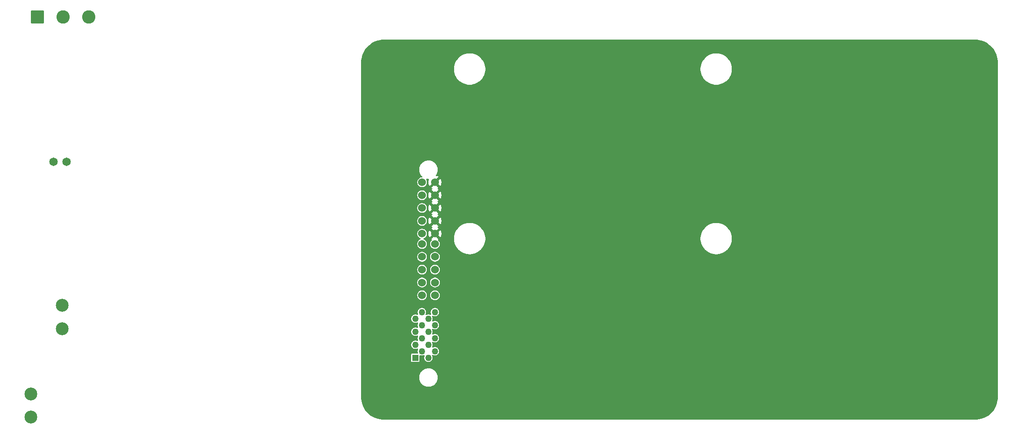
<source format=gbr>
%TF.GenerationSoftware,KiCad,Pcbnew,9.0.1+1*%
%TF.CreationDate,2025-11-19T23:20:09+00:00*%
%TF.ProjectId,nautilus_mainboard,6e617574-696c-4757-935f-6d61696e626f,rev?*%
%TF.SameCoordinates,Original*%
%TF.FileFunction,Copper,L4,Bot*%
%TF.FilePolarity,Positive*%
%FSLAX46Y46*%
G04 Gerber Fmt 4.6, Leading zero omitted, Abs format (unit mm)*
G04 Created by KiCad (PCBNEW 9.0.1+1) date 2025-11-19 23:20:09*
%MOMM*%
%LPD*%
G01*
G04 APERTURE LIST*
G04 Aperture macros list*
%AMRoundRect*
0 Rectangle with rounded corners*
0 $1 Rounding radius*
0 $2 $3 $4 $5 $6 $7 $8 $9 X,Y pos of 4 corners*
0 Add a 4 corners polygon primitive as box body*
4,1,4,$2,$3,$4,$5,$6,$7,$8,$9,$2,$3,0*
0 Add four circle primitives for the rounded corners*
1,1,$1+$1,$2,$3*
1,1,$1+$1,$4,$5*
1,1,$1+$1,$6,$7*
1,1,$1+$1,$8,$9*
0 Add four rect primitives between the rounded corners*
20,1,$1+$1,$2,$3,$4,$5,0*
20,1,$1+$1,$4,$5,$6,$7,0*
20,1,$1+$1,$6,$7,$8,$9,0*
20,1,$1+$1,$8,$9,$2,$3,0*%
G04 Aperture macros list end*
%TA.AperFunction,ComponentPad*%
%ADD10O,1.700000X0.900000*%
%TD*%
%TA.AperFunction,ComponentPad*%
%ADD11O,2.000000X0.900000*%
%TD*%
%TA.AperFunction,ComponentPad*%
%ADD12C,2.500000*%
%TD*%
%TA.AperFunction,ComponentPad*%
%ADD13C,2.000000*%
%TD*%
%TA.AperFunction,ComponentPad*%
%ADD14R,2.500000X2.500000*%
%TD*%
%TA.AperFunction,ComponentPad*%
%ADD15R,1.268000X1.268000*%
%TD*%
%TA.AperFunction,ComponentPad*%
%ADD16C,1.268000*%
%TD*%
%TA.AperFunction,ComponentPad*%
%ADD17C,1.530000*%
%TD*%
%TA.AperFunction,ComponentPad*%
%ADD18C,1.650000*%
%TD*%
%TA.AperFunction,ComponentPad*%
%ADD19RoundRect,0.250000X-1.050000X-1.050000X1.050000X-1.050000X1.050000X1.050000X-1.050000X1.050000X0*%
%TD*%
%TA.AperFunction,ComponentPad*%
%ADD20C,2.600000*%
%TD*%
%TA.AperFunction,ComponentPad*%
%ADD21R,1.700000X1.700000*%
%TD*%
%TA.AperFunction,ComponentPad*%
%ADD22C,1.700000*%
%TD*%
%TA.AperFunction,ViaPad*%
%ADD23C,0.600000*%
%TD*%
G04 APERTURE END LIST*
D10*
%TO.P,J3,SH1,SHIELD*%
%TO.N,Net-(C20-Pad2)*%
X260700000Y-164650000D03*
%TO.P,J3,SH2,SHIELD*%
X260700000Y-156000000D03*
D11*
%TO.P,J3,SH3,SHIELD*%
X256520000Y-164650000D03*
%TO.P,J3,SH4,SHIELD*%
X256520000Y-156000000D03*
%TD*%
D12*
%TO.P,TP7,1,1*%
%TO.N,/STM/PinoutSTM/CAN1_TX*%
X73895000Y-169740000D03*
%TD*%
%TO.P,TP2,1,1*%
%TO.N,/IMU/Pack1_SDA*%
X79995000Y-147940000D03*
%TD*%
D13*
%TO.P,SW1,1,1*%
%TO.N,/STM/PinoutSTM/nRST*%
X164050000Y-163800000D03*
X170550000Y-163800000D03*
%TO.P,SW1,2,2*%
%TO.N,GND*%
X164050000Y-168300000D03*
X170550000Y-168300000D03*
%TD*%
D14*
%TO.P,LS1,1,+*%
%TO.N,Net-(LS1-+)*%
X201500000Y-151200000D03*
D12*
%TO.P,LS1,2,-*%
%TO.N,Net-(LS1--)*%
X206500000Y-151200000D03*
%TD*%
D15*
%TO.P,J7,01,01*%
%TO.N,/CM4/Battery_Out_3.3V*%
X148740000Y-158170000D03*
D16*
%TO.P,J7,02,02*%
X150010000Y-156900000D03*
%TO.P,J7,03,03*%
%TO.N,unconnected-(J7-Pad03)*%
X148740000Y-155630000D03*
%TO.P,J7,04,04*%
%TO.N,unconnected-(J7-Pad04)*%
X150010000Y-154360000D03*
%TO.P,J7,05,05*%
%TO.N,/LPHS-connector/STM.TX*%
X148740000Y-153090000D03*
%TO.P,J7,06,06*%
%TO.N,/LPHS-connector/STM.RX*%
X150010000Y-151820000D03*
%TO.P,J7,07,07*%
%TO.N,/LPHS-connector/ST_CAN.P*%
X148740000Y-150550000D03*
%TO.P,J7,08,08*%
%TO.N,/LPHS-connector/ST_CAN.N*%
X150010000Y-149280000D03*
%TO.P,J7,09,09*%
%TO.N,/CM4/TRD0.D-*%
X151280000Y-158170000D03*
%TO.P,J7,10,10*%
%TO.N,/CM4/TRD0.D+*%
X152550000Y-156900000D03*
%TO.P,J7,11,11*%
%TO.N,/CM4/TRD1.D-*%
X151280000Y-155630000D03*
%TO.P,J7,12,12*%
%TO.N,/CM4/TRD1.D+*%
X152550000Y-154360000D03*
%TO.P,J7,13,13*%
%TO.N,/CM4/TRD2.D-*%
X151280000Y-153090000D03*
%TO.P,J7,14,14*%
%TO.N,/CM4/TRD2.D+*%
X152550000Y-151820000D03*
%TO.P,J7,15,15*%
%TO.N,/CM4/TRD3.D-*%
X151280000Y-150550000D03*
%TO.P,J7,16,16*%
%TO.N,/CM4/TRD3.D+*%
X152550000Y-149280000D03*
D17*
%TO.P,J7,P01_1,P01*%
%TO.N,/LPHS-connector/Battery_Out_5V*%
X150050000Y-146000000D03*
%TO.P,J7,P01_2,P01__1*%
X150050000Y-143500000D03*
%TO.P,J7,P01_3,P01__2*%
X150050000Y-141000000D03*
%TO.P,J7,P01_4,P01__3*%
X150050000Y-138500000D03*
%TO.P,J7,P01_5,P01__4*%
X150050000Y-136000000D03*
%TO.P,J7,P02_1,P02*%
%TO.N,unconnected-(J7-P02-PadP02_1)*%
X152550000Y-146000000D03*
%TO.P,J7,P02_2,P02__1*%
%TO.N,unconnected-(J7-P02__1-PadP02_2)*%
X152550000Y-143500000D03*
%TO.P,J7,P02_3,P02__2*%
%TO.N,unconnected-(J7-P02__2-PadP02_3)*%
X152550000Y-141000000D03*
%TO.P,J7,P02_4,P02__3*%
%TO.N,unconnected-(J7-P02__3-PadP02_4)*%
X152550000Y-138500000D03*
%TO.P,J7,P02_5,P02__4*%
%TO.N,unconnected-(J7-P02__4-PadP02_5)*%
X152550000Y-136000000D03*
%TO.P,J7,P03_1,P03*%
%TO.N,unconnected-(J7-P03-PadP03_1)*%
X150050000Y-134000000D03*
%TO.P,J7,P03_2,P03__1*%
%TO.N,unconnected-(J7-P03__1-PadP03_2)*%
X150050000Y-131500000D03*
%TO.P,J7,P03_3,P03__2*%
%TO.N,unconnected-(J7-P03__2-PadP03_3)*%
X150050000Y-129000000D03*
%TO.P,J7,P03_4,P03__3*%
%TO.N,unconnected-(J7-P03__3-PadP03_4)*%
X150050000Y-126500000D03*
%TO.P,J7,P03_5,P03__4*%
%TO.N,unconnected-(J7-P03__4-PadP03_5)*%
X150050000Y-124000000D03*
%TO.P,J7,P04_1,P04*%
%TO.N,GND*%
X152550000Y-134000000D03*
%TO.P,J7,P04_2,P04__1*%
X152550000Y-131500000D03*
%TO.P,J7,P04_3,P04__2*%
X152550000Y-129000000D03*
%TO.P,J7,P04_4,P04__3*%
X152550000Y-126500000D03*
%TO.P,J7,P04_5,P04__4*%
X152550000Y-124000000D03*
%TD*%
D18*
%TO.P,J2,1*%
%TO.N,Net-(EXTERNALFAN5V1-Pad2)*%
X78330000Y-119995000D03*
%TO.P,J2,2*%
%TO.N,GND*%
X80870000Y-119995000D03*
%TD*%
D19*
%TO.P,J5,1,Pin_1*%
%TO.N,+5V*%
X75145000Y-91840000D03*
D20*
%TO.P,J5,2,Pin_2*%
%TO.N,Net-(J5-Pin_2)*%
X80145000Y-91840000D03*
%TO.P,J5,3,Pin_3*%
%TO.N,+5V*%
X85145000Y-91840000D03*
%TD*%
D21*
%TO.P,J4,1,Pin_1*%
%TO.N,/Power_logic/STM_Plug_3.3V*%
X175140000Y-168100000D03*
D22*
%TO.P,J4,2,Pin_2*%
%TO.N,/STM/PinoutSTM/USART1_RX*%
X177680000Y-168100000D03*
%TO.P,J4,3,Pin_3*%
%TO.N,/STM/PinoutSTM/USART1_TX*%
X180219999Y-168100000D03*
%TO.P,J4,4,Pin_4*%
%TO.N,/STM/PinoutSTM/STM_BOOT0*%
X182760000Y-168100000D03*
%TO.P,J4,5,Pin_5*%
%TO.N,GND*%
X185300000Y-168100000D03*
%TD*%
D12*
%TO.P,TP6,1,1*%
%TO.N,/STM/PinoutSTM/CAN1_RX*%
X73895000Y-165190000D03*
%TD*%
%TO.P,TP3,1,1*%
%TO.N,/IMU/Pack1_SCL*%
X79995000Y-152490000D03*
%TD*%
D23*
%TO.N,GND*%
X189950000Y-141750000D03*
X197450000Y-141750000D03*
X201300000Y-143300000D03*
X188450000Y-141750000D03*
X194450000Y-141750000D03*
X202200000Y-143300000D03*
X195950000Y-141750000D03*
X200400000Y-143300000D03*
X192950000Y-141750000D03*
X191450000Y-141750000D03*
X198950000Y-141750000D03*
%TD*%
%TA.AperFunction,Conductor*%
%TO.N,GND*%
G36*
X257652702Y-96230617D02*
G01*
X258036771Y-96247386D01*
X258047506Y-96248326D01*
X258425971Y-96298152D01*
X258436597Y-96300025D01*
X258809284Y-96382648D01*
X258819710Y-96385442D01*
X259183765Y-96500227D01*
X259193911Y-96503920D01*
X259546578Y-96650000D01*
X259556369Y-96654566D01*
X259894942Y-96830816D01*
X259904310Y-96836224D01*
X260226244Y-97041318D01*
X260235105Y-97047523D01*
X260537930Y-97279889D01*
X260546217Y-97286843D01*
X260827635Y-97544715D01*
X260835284Y-97552364D01*
X261093156Y-97833782D01*
X261100110Y-97842069D01*
X261332476Y-98144894D01*
X261338681Y-98153755D01*
X261543775Y-98475689D01*
X261549183Y-98485057D01*
X261725430Y-98823623D01*
X261730002Y-98833427D01*
X261876075Y-99186078D01*
X261879775Y-99196244D01*
X261994554Y-99560278D01*
X261997354Y-99570727D01*
X262079971Y-99943389D01*
X262081849Y-99954042D01*
X262131671Y-100332473D01*
X262132614Y-100343249D01*
X262149382Y-100727297D01*
X262149500Y-100732706D01*
X262149500Y-165727293D01*
X262149382Y-165732702D01*
X262132614Y-166116750D01*
X262131671Y-166127526D01*
X262081849Y-166505957D01*
X262079971Y-166516610D01*
X261997354Y-166889272D01*
X261994554Y-166899721D01*
X261879775Y-167263755D01*
X261876075Y-167273921D01*
X261730002Y-167626572D01*
X261725430Y-167636376D01*
X261549183Y-167974942D01*
X261543775Y-167984310D01*
X261338681Y-168306244D01*
X261332476Y-168315105D01*
X261100110Y-168617930D01*
X261093156Y-168626217D01*
X260835284Y-168907635D01*
X260827635Y-168915284D01*
X260546217Y-169173156D01*
X260537930Y-169180110D01*
X260235105Y-169412476D01*
X260226244Y-169418681D01*
X259904310Y-169623775D01*
X259894942Y-169629183D01*
X259556376Y-169805430D01*
X259546572Y-169810002D01*
X259193921Y-169956075D01*
X259183755Y-169959775D01*
X258819721Y-170074554D01*
X258809272Y-170077354D01*
X258436610Y-170159971D01*
X258425957Y-170161849D01*
X258047526Y-170211671D01*
X258036750Y-170212614D01*
X257652703Y-170229382D01*
X257647294Y-170229500D01*
X142652706Y-170229500D01*
X142647297Y-170229382D01*
X142263249Y-170212614D01*
X142252473Y-170211671D01*
X141874042Y-170161849D01*
X141863389Y-170159971D01*
X141490727Y-170077354D01*
X141480278Y-170074554D01*
X141116244Y-169959775D01*
X141106078Y-169956075D01*
X140753427Y-169810002D01*
X140743623Y-169805430D01*
X140405057Y-169629183D01*
X140395689Y-169623775D01*
X140073755Y-169418681D01*
X140064894Y-169412476D01*
X139762069Y-169180110D01*
X139753782Y-169173156D01*
X139472364Y-168915284D01*
X139464715Y-168907635D01*
X139206843Y-168626217D01*
X139199889Y-168617930D01*
X138967523Y-168315105D01*
X138961318Y-168306244D01*
X138756224Y-167984310D01*
X138750816Y-167974942D01*
X138574569Y-167636376D01*
X138569997Y-167626572D01*
X138423924Y-167273921D01*
X138420224Y-167263755D01*
X138305442Y-166899710D01*
X138302648Y-166889284D01*
X138220025Y-166516597D01*
X138218152Y-166505971D01*
X138168326Y-166127506D01*
X138167386Y-166116771D01*
X138150618Y-165732702D01*
X138150500Y-165727293D01*
X138150500Y-161892650D01*
X149489500Y-161892650D01*
X149489500Y-162127349D01*
X149489501Y-162127365D01*
X149520134Y-162360048D01*
X149520135Y-162360053D01*
X149520136Y-162360059D01*
X149580883Y-162586772D01*
X149580886Y-162586779D01*
X149670700Y-162803610D01*
X149670705Y-162803620D01*
X149788058Y-163006882D01*
X149930940Y-163193090D01*
X149930946Y-163193097D01*
X150096902Y-163359053D01*
X150096909Y-163359059D01*
X150283117Y-163501941D01*
X150486379Y-163619294D01*
X150486389Y-163619299D01*
X150579316Y-163657790D01*
X150703228Y-163709117D01*
X150929941Y-163769864D01*
X151162644Y-163800500D01*
X151162651Y-163800500D01*
X151397349Y-163800500D01*
X151397356Y-163800500D01*
X151630059Y-163769864D01*
X151856772Y-163709117D01*
X152073617Y-163619296D01*
X152276883Y-163501941D01*
X152463092Y-163359058D01*
X152629058Y-163193092D01*
X152771941Y-163006883D01*
X152889296Y-162803617D01*
X152979117Y-162586772D01*
X153039864Y-162360059D01*
X153070500Y-162127356D01*
X153070500Y-161892644D01*
X153039864Y-161659941D01*
X152979117Y-161433228D01*
X152927790Y-161309316D01*
X152889299Y-161216389D01*
X152889294Y-161216379D01*
X152771941Y-161013117D01*
X152629059Y-160826909D01*
X152629053Y-160826902D01*
X152463097Y-160660946D01*
X152463090Y-160660940D01*
X152276882Y-160518058D01*
X152073620Y-160400705D01*
X152073610Y-160400700D01*
X151856779Y-160310886D01*
X151856780Y-160310886D01*
X151856772Y-160310883D01*
X151630059Y-160250136D01*
X151630053Y-160250135D01*
X151630048Y-160250134D01*
X151397365Y-160219501D01*
X151397362Y-160219500D01*
X151397356Y-160219500D01*
X151162644Y-160219500D01*
X151162638Y-160219500D01*
X151162634Y-160219501D01*
X150929951Y-160250134D01*
X150929944Y-160250135D01*
X150929941Y-160250136D01*
X150854370Y-160270385D01*
X150703234Y-160310881D01*
X150703220Y-160310886D01*
X150486389Y-160400700D01*
X150486379Y-160400705D01*
X150283117Y-160518058D01*
X150096909Y-160660940D01*
X150096902Y-160660946D01*
X149930946Y-160826902D01*
X149930940Y-160826909D01*
X149788058Y-161013117D01*
X149670705Y-161216379D01*
X149670700Y-161216389D01*
X149580886Y-161433220D01*
X149580881Y-161433234D01*
X149520137Y-161659938D01*
X149520134Y-161659951D01*
X149489501Y-161892634D01*
X149489500Y-161892650D01*
X138150500Y-161892650D01*
X138150500Y-150469774D01*
X147925500Y-150469774D01*
X147925500Y-150630225D01*
X147956799Y-150787573D01*
X147956802Y-150787585D01*
X148018196Y-150935805D01*
X148018197Y-150935807D01*
X148107336Y-151069212D01*
X148107339Y-151069216D01*
X148220783Y-151182660D01*
X148220787Y-151182663D01*
X148354190Y-151271801D01*
X148354191Y-151271801D01*
X148354192Y-151271802D01*
X148354194Y-151271803D01*
X148502414Y-151333197D01*
X148502419Y-151333199D01*
X148657668Y-151364080D01*
X148659774Y-151364499D01*
X148659777Y-151364500D01*
X148659779Y-151364500D01*
X148820223Y-151364500D01*
X148820224Y-151364499D01*
X148977581Y-151333199D01*
X149125810Y-151271801D01*
X149125811Y-151271800D01*
X149126449Y-151271536D01*
X149195919Y-151264067D01*
X149258398Y-151295342D01*
X149294050Y-151355431D01*
X149291556Y-151425256D01*
X149288464Y-151433549D01*
X149288198Y-151434192D01*
X149226801Y-151582419D01*
X149226800Y-151582422D01*
X149226800Y-151582423D01*
X149226799Y-151582426D01*
X149195500Y-151739774D01*
X149195500Y-151900225D01*
X149226799Y-152057573D01*
X149226802Y-152057585D01*
X149288463Y-152206450D01*
X149295932Y-152275919D01*
X149264656Y-152338398D01*
X149204567Y-152374050D01*
X149134742Y-152371556D01*
X149126450Y-152368463D01*
X148977585Y-152306802D01*
X148977573Y-152306799D01*
X148820224Y-152275500D01*
X148820221Y-152275500D01*
X148659779Y-152275500D01*
X148659776Y-152275500D01*
X148502426Y-152306799D01*
X148502414Y-152306802D01*
X148354194Y-152368196D01*
X148354192Y-152368197D01*
X148220787Y-152457336D01*
X148220783Y-152457339D01*
X148107339Y-152570783D01*
X148107336Y-152570787D01*
X148018197Y-152704192D01*
X148018196Y-152704194D01*
X147956802Y-152852414D01*
X147956799Y-152852426D01*
X147925500Y-153009774D01*
X147925500Y-153170225D01*
X147956799Y-153327573D01*
X147956802Y-153327585D01*
X148018196Y-153475805D01*
X148018197Y-153475807D01*
X148107336Y-153609212D01*
X148107339Y-153609216D01*
X148220783Y-153722660D01*
X148220787Y-153722663D01*
X148354190Y-153811801D01*
X148354191Y-153811801D01*
X148354192Y-153811802D01*
X148354194Y-153811803D01*
X148502414Y-153873197D01*
X148502419Y-153873199D01*
X148657668Y-153904080D01*
X148659774Y-153904499D01*
X148659777Y-153904500D01*
X148659779Y-153904500D01*
X148820223Y-153904500D01*
X148820224Y-153904499D01*
X148977581Y-153873199D01*
X149125810Y-153811801D01*
X149125811Y-153811800D01*
X149126449Y-153811536D01*
X149195919Y-153804067D01*
X149258398Y-153835342D01*
X149294050Y-153895431D01*
X149291556Y-153965256D01*
X149288464Y-153973549D01*
X149288198Y-153974192D01*
X149226801Y-154122419D01*
X149226800Y-154122422D01*
X149226800Y-154122423D01*
X149226799Y-154122426D01*
X149195500Y-154279774D01*
X149195500Y-154440225D01*
X149226799Y-154597573D01*
X149226802Y-154597585D01*
X149288463Y-154746450D01*
X149295932Y-154815919D01*
X149264656Y-154878398D01*
X149204567Y-154914050D01*
X149134742Y-154911556D01*
X149126450Y-154908463D01*
X148977585Y-154846802D01*
X148977573Y-154846799D01*
X148820224Y-154815500D01*
X148820221Y-154815500D01*
X148659779Y-154815500D01*
X148659776Y-154815500D01*
X148502426Y-154846799D01*
X148502414Y-154846802D01*
X148354194Y-154908196D01*
X148354192Y-154908197D01*
X148220787Y-154997336D01*
X148220783Y-154997339D01*
X148107339Y-155110783D01*
X148107336Y-155110787D01*
X148018197Y-155244192D01*
X148018196Y-155244194D01*
X147956802Y-155392414D01*
X147956799Y-155392426D01*
X147925500Y-155549774D01*
X147925500Y-155710225D01*
X147956799Y-155867573D01*
X147956802Y-155867585D01*
X148018196Y-156015805D01*
X148018197Y-156015807D01*
X148107336Y-156149212D01*
X148107339Y-156149216D01*
X148220783Y-156262660D01*
X148220787Y-156262663D01*
X148354190Y-156351801D01*
X148354191Y-156351801D01*
X148354192Y-156351802D01*
X148354194Y-156351803D01*
X148426134Y-156381601D01*
X148502419Y-156413199D01*
X148657668Y-156444080D01*
X148659774Y-156444499D01*
X148659777Y-156444500D01*
X148659779Y-156444500D01*
X148820223Y-156444500D01*
X148820224Y-156444499D01*
X148977581Y-156413199D01*
X149125810Y-156351801D01*
X149125811Y-156351800D01*
X149126449Y-156351536D01*
X149195919Y-156344067D01*
X149258398Y-156375342D01*
X149294050Y-156435431D01*
X149291556Y-156505256D01*
X149288464Y-156513549D01*
X149288198Y-156514192D01*
X149226801Y-156662419D01*
X149226800Y-156662422D01*
X149226800Y-156662423D01*
X149226799Y-156662426D01*
X149195500Y-156819774D01*
X149195500Y-156980225D01*
X149226799Y-157137573D01*
X149226801Y-157137581D01*
X149246048Y-157184049D01*
X149253515Y-157253519D01*
X149222239Y-157315997D01*
X149162150Y-157351649D01*
X149131486Y-157355500D01*
X148088225Y-157355500D01*
X148035571Y-157365973D01*
X148035568Y-157365974D01*
X147975865Y-157405867D01*
X147935974Y-157465569D01*
X147935971Y-157465576D01*
X147925500Y-157518218D01*
X147925500Y-158821774D01*
X147935973Y-158874428D01*
X147935974Y-158874431D01*
X147975867Y-158934134D01*
X148004402Y-158953200D01*
X148035572Y-158974027D01*
X148035575Y-158974027D01*
X148035576Y-158974028D01*
X148061897Y-158979263D01*
X148088223Y-158984500D01*
X149391776Y-158984499D01*
X149444428Y-158974027D01*
X149504133Y-158934133D01*
X149544027Y-158874428D01*
X149554500Y-158821777D01*
X149554499Y-157778511D01*
X149574183Y-157711473D01*
X149626987Y-157665718D01*
X149696146Y-157655774D01*
X149725943Y-157663948D01*
X149772419Y-157683199D01*
X149927668Y-157714080D01*
X149929774Y-157714499D01*
X149929777Y-157714500D01*
X149929779Y-157714500D01*
X150090223Y-157714500D01*
X150090224Y-157714499D01*
X150247581Y-157683199D01*
X150395810Y-157621801D01*
X150395811Y-157621800D01*
X150396449Y-157621536D01*
X150465919Y-157614067D01*
X150528398Y-157645342D01*
X150564050Y-157705431D01*
X150561556Y-157775256D01*
X150558464Y-157783549D01*
X150531544Y-157848539D01*
X150496801Y-157932419D01*
X150496800Y-157932422D01*
X150496800Y-157932423D01*
X150496799Y-157932426D01*
X150465500Y-158089774D01*
X150465500Y-158250225D01*
X150496799Y-158407573D01*
X150496802Y-158407585D01*
X150558196Y-158555805D01*
X150558197Y-158555807D01*
X150647336Y-158689212D01*
X150647339Y-158689216D01*
X150760783Y-158802660D01*
X150760787Y-158802663D01*
X150894190Y-158891801D01*
X150894191Y-158891801D01*
X150894192Y-158891802D01*
X150894194Y-158891803D01*
X151042414Y-158953197D01*
X151042419Y-158953199D01*
X151199774Y-158984499D01*
X151199777Y-158984500D01*
X151199779Y-158984500D01*
X151360223Y-158984500D01*
X151360224Y-158984499D01*
X151517581Y-158953199D01*
X151665810Y-158891801D01*
X151799213Y-158802663D01*
X151912663Y-158689213D01*
X152001801Y-158555810D01*
X152063199Y-158407581D01*
X152094500Y-158250221D01*
X152094500Y-158089779D01*
X152094500Y-158089776D01*
X152094499Y-158089774D01*
X152063200Y-157932426D01*
X152063199Y-157932419D01*
X152063197Y-157932414D01*
X152001536Y-157783549D01*
X151994067Y-157714080D01*
X152025342Y-157651601D01*
X152085431Y-157615949D01*
X152155257Y-157618443D01*
X152163549Y-157621536D01*
X152312414Y-157683197D01*
X152312419Y-157683199D01*
X152467668Y-157714080D01*
X152469774Y-157714499D01*
X152469777Y-157714500D01*
X152469779Y-157714500D01*
X152630223Y-157714500D01*
X152630224Y-157714499D01*
X152787581Y-157683199D01*
X152935810Y-157621801D01*
X153069213Y-157532663D01*
X153182663Y-157419213D01*
X153271801Y-157285810D01*
X153333199Y-157137581D01*
X153364500Y-156980221D01*
X153364500Y-156819779D01*
X153364500Y-156819776D01*
X153364499Y-156819774D01*
X153333200Y-156662426D01*
X153333199Y-156662419D01*
X153271801Y-156514190D01*
X153182663Y-156380787D01*
X153182660Y-156380783D01*
X153069216Y-156267339D01*
X153069212Y-156267336D01*
X152935807Y-156178197D01*
X152935805Y-156178196D01*
X152787585Y-156116802D01*
X152787573Y-156116799D01*
X152630224Y-156085500D01*
X152630221Y-156085500D01*
X152469779Y-156085500D01*
X152469776Y-156085500D01*
X152312426Y-156116799D01*
X152312423Y-156116800D01*
X152312422Y-156116800D01*
X152312419Y-156116801D01*
X152236137Y-156148398D01*
X152163549Y-156178464D01*
X152094079Y-156185932D01*
X152031600Y-156154656D01*
X151995948Y-156094567D01*
X151998443Y-156024742D01*
X152001536Y-156016449D01*
X152001803Y-156015805D01*
X152063199Y-155867581D01*
X152094500Y-155710221D01*
X152094500Y-155549779D01*
X152094500Y-155549776D01*
X152094499Y-155549774D01*
X152063200Y-155392426D01*
X152063199Y-155392419D01*
X152001802Y-155244192D01*
X152001536Y-155243549D01*
X151994067Y-155174080D01*
X152025342Y-155111601D01*
X152085431Y-155075949D01*
X152155257Y-155078443D01*
X152163549Y-155081536D01*
X152312414Y-155143197D01*
X152312419Y-155143199D01*
X152467668Y-155174080D01*
X152469774Y-155174499D01*
X152469777Y-155174500D01*
X152469779Y-155174500D01*
X152630223Y-155174500D01*
X152630224Y-155174499D01*
X152787581Y-155143199D01*
X152935810Y-155081801D01*
X153069213Y-154992663D01*
X153182663Y-154879213D01*
X153271801Y-154745810D01*
X153333199Y-154597581D01*
X153364500Y-154440221D01*
X153364500Y-154279779D01*
X153364500Y-154279776D01*
X153364499Y-154279774D01*
X153333200Y-154122426D01*
X153333199Y-154122419D01*
X153271801Y-153974190D01*
X153182663Y-153840787D01*
X153182660Y-153840783D01*
X153069216Y-153727339D01*
X153069212Y-153727336D01*
X152935807Y-153638197D01*
X152935805Y-153638196D01*
X152787585Y-153576802D01*
X152787573Y-153576799D01*
X152630224Y-153545500D01*
X152630221Y-153545500D01*
X152469779Y-153545500D01*
X152469776Y-153545500D01*
X152312426Y-153576799D01*
X152312423Y-153576800D01*
X152312422Y-153576800D01*
X152312419Y-153576801D01*
X152236137Y-153608398D01*
X152163549Y-153638464D01*
X152094079Y-153645932D01*
X152031600Y-153614656D01*
X151995948Y-153554567D01*
X151998443Y-153484742D01*
X152001536Y-153476449D01*
X152001803Y-153475805D01*
X152063199Y-153327581D01*
X152094500Y-153170221D01*
X152094500Y-153009779D01*
X152094500Y-153009776D01*
X152094499Y-153009774D01*
X152063200Y-152852426D01*
X152063199Y-152852419D01*
X152001802Y-152704192D01*
X152001536Y-152703549D01*
X151994067Y-152634080D01*
X152025342Y-152571601D01*
X152085431Y-152535949D01*
X152155257Y-152538443D01*
X152163549Y-152541536D01*
X152312414Y-152603197D01*
X152312419Y-152603199D01*
X152467668Y-152634080D01*
X152469774Y-152634499D01*
X152469777Y-152634500D01*
X152469779Y-152634500D01*
X152630223Y-152634500D01*
X152630224Y-152634499D01*
X152787581Y-152603199D01*
X152935810Y-152541801D01*
X153069213Y-152452663D01*
X153182663Y-152339213D01*
X153271801Y-152205810D01*
X153333199Y-152057581D01*
X153364500Y-151900221D01*
X153364500Y-151739779D01*
X153364500Y-151739776D01*
X153364499Y-151739774D01*
X153333200Y-151582426D01*
X153333199Y-151582419D01*
X153271801Y-151434190D01*
X153182663Y-151300787D01*
X153182660Y-151300783D01*
X153069216Y-151187339D01*
X153069212Y-151187336D01*
X152935807Y-151098197D01*
X152935805Y-151098196D01*
X152787585Y-151036802D01*
X152787573Y-151036799D01*
X152630224Y-151005500D01*
X152630221Y-151005500D01*
X152469779Y-151005500D01*
X152469776Y-151005500D01*
X152312426Y-151036799D01*
X152312423Y-151036800D01*
X152312422Y-151036800D01*
X152312419Y-151036801D01*
X152236137Y-151068398D01*
X152163549Y-151098464D01*
X152094079Y-151105932D01*
X152031600Y-151074656D01*
X151995948Y-151014567D01*
X151998443Y-150944742D01*
X152001536Y-150936449D01*
X152001803Y-150935805D01*
X152063199Y-150787581D01*
X152094500Y-150630221D01*
X152094500Y-150469779D01*
X152094500Y-150469776D01*
X152094499Y-150469774D01*
X152063200Y-150312426D01*
X152063199Y-150312419D01*
X152001802Y-150164192D01*
X152001536Y-150163549D01*
X151994067Y-150094080D01*
X152025342Y-150031601D01*
X152085431Y-149995949D01*
X152155257Y-149998443D01*
X152163549Y-150001536D01*
X152312414Y-150063197D01*
X152312419Y-150063199D01*
X152467668Y-150094080D01*
X152469774Y-150094499D01*
X152469777Y-150094500D01*
X152469779Y-150094500D01*
X152630223Y-150094500D01*
X152630224Y-150094499D01*
X152787581Y-150063199D01*
X152935810Y-150001801D01*
X153069213Y-149912663D01*
X153182663Y-149799213D01*
X153271801Y-149665810D01*
X153333199Y-149517581D01*
X153364500Y-149360221D01*
X153364500Y-149199779D01*
X153364500Y-149199776D01*
X153364499Y-149199774D01*
X153333200Y-149042426D01*
X153333199Y-149042419D01*
X153271801Y-148894190D01*
X153182663Y-148760787D01*
X153182660Y-148760783D01*
X153069216Y-148647339D01*
X153069212Y-148647336D01*
X152935807Y-148558197D01*
X152935805Y-148558196D01*
X152787585Y-148496802D01*
X152787573Y-148496799D01*
X152630224Y-148465500D01*
X152630221Y-148465500D01*
X152469779Y-148465500D01*
X152469776Y-148465500D01*
X152312426Y-148496799D01*
X152312414Y-148496802D01*
X152164194Y-148558196D01*
X152164192Y-148558197D01*
X152030787Y-148647336D01*
X152030783Y-148647339D01*
X151917339Y-148760783D01*
X151917336Y-148760787D01*
X151828197Y-148894192D01*
X151828196Y-148894194D01*
X151766802Y-149042414D01*
X151766799Y-149042426D01*
X151735500Y-149199774D01*
X151735500Y-149360225D01*
X151766799Y-149517573D01*
X151766802Y-149517585D01*
X151828463Y-149666450D01*
X151835932Y-149735919D01*
X151804656Y-149798398D01*
X151744567Y-149834050D01*
X151674742Y-149831556D01*
X151666450Y-149828463D01*
X151517585Y-149766802D01*
X151517573Y-149766799D01*
X151360224Y-149735500D01*
X151360221Y-149735500D01*
X151199779Y-149735500D01*
X151199776Y-149735500D01*
X151042426Y-149766799D01*
X151042423Y-149766800D01*
X151042422Y-149766800D01*
X151042419Y-149766801D01*
X150966137Y-149798398D01*
X150893549Y-149828464D01*
X150824079Y-149835932D01*
X150761600Y-149804656D01*
X150725948Y-149744567D01*
X150728443Y-149674742D01*
X150731536Y-149666449D01*
X150731803Y-149665805D01*
X150793199Y-149517581D01*
X150824500Y-149360221D01*
X150824500Y-149199779D01*
X150824500Y-149199776D01*
X150824499Y-149199774D01*
X150793200Y-149042426D01*
X150793199Y-149042419D01*
X150731801Y-148894190D01*
X150642663Y-148760787D01*
X150642660Y-148760783D01*
X150529216Y-148647339D01*
X150529212Y-148647336D01*
X150395807Y-148558197D01*
X150395805Y-148558196D01*
X150247585Y-148496802D01*
X150247573Y-148496799D01*
X150090224Y-148465500D01*
X150090221Y-148465500D01*
X149929779Y-148465500D01*
X149929776Y-148465500D01*
X149772426Y-148496799D01*
X149772414Y-148496802D01*
X149624194Y-148558196D01*
X149624192Y-148558197D01*
X149490787Y-148647336D01*
X149490783Y-148647339D01*
X149377339Y-148760783D01*
X149377336Y-148760787D01*
X149288197Y-148894192D01*
X149288196Y-148894194D01*
X149226802Y-149042414D01*
X149226799Y-149042426D01*
X149195500Y-149199774D01*
X149195500Y-149360225D01*
X149226799Y-149517573D01*
X149226802Y-149517585D01*
X149288463Y-149666450D01*
X149295932Y-149735919D01*
X149264656Y-149798398D01*
X149204567Y-149834050D01*
X149134742Y-149831556D01*
X149126450Y-149828463D01*
X148977585Y-149766802D01*
X148977573Y-149766799D01*
X148820224Y-149735500D01*
X148820221Y-149735500D01*
X148659779Y-149735500D01*
X148659776Y-149735500D01*
X148502426Y-149766799D01*
X148502414Y-149766802D01*
X148354194Y-149828196D01*
X148354192Y-149828197D01*
X148220787Y-149917336D01*
X148220783Y-149917339D01*
X148107339Y-150030783D01*
X148107336Y-150030787D01*
X148018197Y-150164192D01*
X148018196Y-150164194D01*
X147956802Y-150312414D01*
X147956799Y-150312426D01*
X147925500Y-150469774D01*
X138150500Y-150469774D01*
X138150500Y-145906871D01*
X149104500Y-145906871D01*
X149104500Y-146093128D01*
X149140833Y-146275784D01*
X149140835Y-146275792D01*
X149212109Y-146447863D01*
X149212109Y-146447864D01*
X149315578Y-146602716D01*
X149315584Y-146602724D01*
X149447275Y-146734415D01*
X149447283Y-146734421D01*
X149602135Y-146837890D01*
X149652534Y-146858766D01*
X149774208Y-146909165D01*
X149956871Y-146945499D01*
X149956874Y-146945500D01*
X149956876Y-146945500D01*
X150143126Y-146945500D01*
X150143127Y-146945499D01*
X150325792Y-146909165D01*
X150497862Y-146837891D01*
X150497863Y-146837890D01*
X150497864Y-146837890D01*
X150574772Y-146786501D01*
X150652721Y-146734418D01*
X150784418Y-146602721D01*
X150887891Y-146447862D01*
X150959165Y-146275792D01*
X150995500Y-146093124D01*
X150995500Y-145906876D01*
X150995500Y-145906873D01*
X150995499Y-145906871D01*
X151604500Y-145906871D01*
X151604500Y-146093128D01*
X151640833Y-146275784D01*
X151640835Y-146275792D01*
X151712109Y-146447863D01*
X151712109Y-146447864D01*
X151815578Y-146602716D01*
X151815584Y-146602724D01*
X151947275Y-146734415D01*
X151947283Y-146734421D01*
X152102135Y-146837890D01*
X152152534Y-146858766D01*
X152274208Y-146909165D01*
X152456871Y-146945499D01*
X152456874Y-146945500D01*
X152456876Y-146945500D01*
X152643126Y-146945500D01*
X152643127Y-146945499D01*
X152825792Y-146909165D01*
X152997862Y-146837891D01*
X152997863Y-146837890D01*
X152997864Y-146837890D01*
X153074772Y-146786501D01*
X153152721Y-146734418D01*
X153284418Y-146602721D01*
X153387891Y-146447862D01*
X153459165Y-146275792D01*
X153495500Y-146093124D01*
X153495500Y-145906876D01*
X153495500Y-145906873D01*
X153495499Y-145906871D01*
X153459166Y-145724215D01*
X153459165Y-145724208D01*
X153387891Y-145552138D01*
X153387890Y-145552136D01*
X153387890Y-145552135D01*
X153284421Y-145397283D01*
X153284415Y-145397275D01*
X153152724Y-145265584D01*
X153152716Y-145265578D01*
X152997864Y-145162109D01*
X152825792Y-145090835D01*
X152825784Y-145090833D01*
X152643127Y-145054500D01*
X152643124Y-145054500D01*
X152456876Y-145054500D01*
X152456873Y-145054500D01*
X152274215Y-145090833D01*
X152274207Y-145090835D01*
X152102136Y-145162109D01*
X152102135Y-145162109D01*
X151947283Y-145265578D01*
X151947275Y-145265584D01*
X151815584Y-145397275D01*
X151815578Y-145397283D01*
X151712109Y-145552135D01*
X151712109Y-145552136D01*
X151640835Y-145724207D01*
X151640833Y-145724215D01*
X151604500Y-145906871D01*
X150995499Y-145906871D01*
X150959166Y-145724215D01*
X150959165Y-145724208D01*
X150887891Y-145552138D01*
X150887890Y-145552136D01*
X150887890Y-145552135D01*
X150784421Y-145397283D01*
X150784415Y-145397275D01*
X150652724Y-145265584D01*
X150652716Y-145265578D01*
X150497864Y-145162109D01*
X150325792Y-145090835D01*
X150325784Y-145090833D01*
X150143127Y-145054500D01*
X150143124Y-145054500D01*
X149956876Y-145054500D01*
X149956873Y-145054500D01*
X149774215Y-145090833D01*
X149774207Y-145090835D01*
X149602136Y-145162109D01*
X149602135Y-145162109D01*
X149447283Y-145265578D01*
X149447275Y-145265584D01*
X149315584Y-145397275D01*
X149315578Y-145397283D01*
X149212109Y-145552135D01*
X149212109Y-145552136D01*
X149140835Y-145724207D01*
X149140833Y-145724215D01*
X149104500Y-145906871D01*
X138150500Y-145906871D01*
X138150500Y-143406871D01*
X149104500Y-143406871D01*
X149104500Y-143593128D01*
X149140833Y-143775784D01*
X149140835Y-143775792D01*
X149212109Y-143947863D01*
X149212109Y-143947864D01*
X149315578Y-144102716D01*
X149315584Y-144102724D01*
X149447275Y-144234415D01*
X149447283Y-144234421D01*
X149602135Y-144337890D01*
X149652534Y-144358766D01*
X149774208Y-144409165D01*
X149956871Y-144445499D01*
X149956874Y-144445500D01*
X149956876Y-144445500D01*
X150143126Y-144445500D01*
X150143127Y-144445499D01*
X150325792Y-144409165D01*
X150497862Y-144337891D01*
X150497863Y-144337890D01*
X150497864Y-144337890D01*
X150574772Y-144286501D01*
X150652721Y-144234418D01*
X150784418Y-144102721D01*
X150887891Y-143947862D01*
X150959165Y-143775792D01*
X150995500Y-143593124D01*
X150995500Y-143406876D01*
X150995500Y-143406873D01*
X150995499Y-143406871D01*
X151604500Y-143406871D01*
X151604500Y-143593128D01*
X151640833Y-143775784D01*
X151640835Y-143775792D01*
X151712109Y-143947863D01*
X151712109Y-143947864D01*
X151815578Y-144102716D01*
X151815584Y-144102724D01*
X151947275Y-144234415D01*
X151947283Y-144234421D01*
X152102135Y-144337890D01*
X152152534Y-144358766D01*
X152274208Y-144409165D01*
X152456871Y-144445499D01*
X152456874Y-144445500D01*
X152456876Y-144445500D01*
X152643126Y-144445500D01*
X152643127Y-144445499D01*
X152825792Y-144409165D01*
X152997862Y-144337891D01*
X152997863Y-144337890D01*
X152997864Y-144337890D01*
X153074772Y-144286501D01*
X153152721Y-144234418D01*
X153284418Y-144102721D01*
X153387891Y-143947862D01*
X153459165Y-143775792D01*
X153495500Y-143593124D01*
X153495500Y-143406876D01*
X153495500Y-143406873D01*
X153495499Y-143406871D01*
X153459166Y-143224215D01*
X153459165Y-143224208D01*
X153387891Y-143052138D01*
X153387890Y-143052136D01*
X153387890Y-143052135D01*
X153284421Y-142897283D01*
X153284415Y-142897275D01*
X153152724Y-142765584D01*
X153152716Y-142765578D01*
X152997864Y-142662109D01*
X152825792Y-142590835D01*
X152825784Y-142590833D01*
X152643127Y-142554500D01*
X152643124Y-142554500D01*
X152456876Y-142554500D01*
X152456873Y-142554500D01*
X152274215Y-142590833D01*
X152274207Y-142590835D01*
X152102136Y-142662109D01*
X152102135Y-142662109D01*
X151947283Y-142765578D01*
X151947275Y-142765584D01*
X151815584Y-142897275D01*
X151815578Y-142897283D01*
X151712109Y-143052135D01*
X151712109Y-143052136D01*
X151640835Y-143224207D01*
X151640833Y-143224215D01*
X151604500Y-143406871D01*
X150995499Y-143406871D01*
X150959166Y-143224215D01*
X150959165Y-143224208D01*
X150887891Y-143052138D01*
X150887890Y-143052136D01*
X150887890Y-143052135D01*
X150784421Y-142897283D01*
X150784415Y-142897275D01*
X150652724Y-142765584D01*
X150652716Y-142765578D01*
X150497864Y-142662109D01*
X150325792Y-142590835D01*
X150325784Y-142590833D01*
X150143127Y-142554500D01*
X150143124Y-142554500D01*
X149956876Y-142554500D01*
X149956873Y-142554500D01*
X149774215Y-142590833D01*
X149774207Y-142590835D01*
X149602136Y-142662109D01*
X149602135Y-142662109D01*
X149447283Y-142765578D01*
X149447275Y-142765584D01*
X149315584Y-142897275D01*
X149315578Y-142897283D01*
X149212109Y-143052135D01*
X149212109Y-143052136D01*
X149140835Y-143224207D01*
X149140833Y-143224215D01*
X149104500Y-143406871D01*
X138150500Y-143406871D01*
X138150500Y-140906871D01*
X149104500Y-140906871D01*
X149104500Y-141093128D01*
X149140833Y-141275784D01*
X149140835Y-141275792D01*
X149212109Y-141447863D01*
X149212109Y-141447864D01*
X149315578Y-141602716D01*
X149315584Y-141602724D01*
X149447275Y-141734415D01*
X149447283Y-141734421D01*
X149602135Y-141837890D01*
X149652534Y-141858766D01*
X149774208Y-141909165D01*
X149956871Y-141945499D01*
X149956874Y-141945500D01*
X149956876Y-141945500D01*
X150143126Y-141945500D01*
X150143127Y-141945499D01*
X150325792Y-141909165D01*
X150497862Y-141837891D01*
X150497863Y-141837890D01*
X150497864Y-141837890D01*
X150574772Y-141786501D01*
X150652721Y-141734418D01*
X150784418Y-141602721D01*
X150887891Y-141447862D01*
X150959165Y-141275792D01*
X150995500Y-141093124D01*
X150995500Y-140906876D01*
X150995500Y-140906873D01*
X150995499Y-140906871D01*
X151604500Y-140906871D01*
X151604500Y-141093128D01*
X151640833Y-141275784D01*
X151640835Y-141275792D01*
X151712109Y-141447863D01*
X151712109Y-141447864D01*
X151815578Y-141602716D01*
X151815584Y-141602724D01*
X151947275Y-141734415D01*
X151947283Y-141734421D01*
X152102135Y-141837890D01*
X152152534Y-141858766D01*
X152274208Y-141909165D01*
X152456871Y-141945499D01*
X152456874Y-141945500D01*
X152456876Y-141945500D01*
X152643126Y-141945500D01*
X152643127Y-141945499D01*
X152825792Y-141909165D01*
X152997862Y-141837891D01*
X152997863Y-141837890D01*
X152997864Y-141837890D01*
X153074772Y-141786501D01*
X153152721Y-141734418D01*
X153284418Y-141602721D01*
X153387891Y-141447862D01*
X153459165Y-141275792D01*
X153495500Y-141093124D01*
X153495500Y-140906876D01*
X153495500Y-140906873D01*
X153495499Y-140906871D01*
X153459166Y-140724215D01*
X153459165Y-140724208D01*
X153387891Y-140552138D01*
X153387890Y-140552136D01*
X153387890Y-140552135D01*
X153284421Y-140397283D01*
X153284415Y-140397275D01*
X153152724Y-140265584D01*
X153152716Y-140265578D01*
X152997864Y-140162109D01*
X152825792Y-140090835D01*
X152825784Y-140090833D01*
X152643127Y-140054500D01*
X152643124Y-140054500D01*
X152456876Y-140054500D01*
X152456873Y-140054500D01*
X152274215Y-140090833D01*
X152274207Y-140090835D01*
X152102136Y-140162109D01*
X152102135Y-140162109D01*
X151947283Y-140265578D01*
X151947275Y-140265584D01*
X151815584Y-140397275D01*
X151815578Y-140397283D01*
X151712109Y-140552135D01*
X151712109Y-140552136D01*
X151640835Y-140724207D01*
X151640833Y-140724215D01*
X151604500Y-140906871D01*
X150995499Y-140906871D01*
X150959166Y-140724215D01*
X150959165Y-140724208D01*
X150887891Y-140552138D01*
X150887890Y-140552136D01*
X150887890Y-140552135D01*
X150784421Y-140397283D01*
X150784415Y-140397275D01*
X150652724Y-140265584D01*
X150652716Y-140265578D01*
X150497864Y-140162109D01*
X150325792Y-140090835D01*
X150325784Y-140090833D01*
X150143127Y-140054500D01*
X150143124Y-140054500D01*
X149956876Y-140054500D01*
X149956873Y-140054500D01*
X149774215Y-140090833D01*
X149774207Y-140090835D01*
X149602136Y-140162109D01*
X149602135Y-140162109D01*
X149447283Y-140265578D01*
X149447275Y-140265584D01*
X149315584Y-140397275D01*
X149315578Y-140397283D01*
X149212109Y-140552135D01*
X149212109Y-140552136D01*
X149140835Y-140724207D01*
X149140833Y-140724215D01*
X149104500Y-140906871D01*
X138150500Y-140906871D01*
X138150500Y-138406871D01*
X149104500Y-138406871D01*
X149104500Y-138593128D01*
X149140833Y-138775784D01*
X149140835Y-138775792D01*
X149212109Y-138947863D01*
X149212109Y-138947864D01*
X149315578Y-139102716D01*
X149315584Y-139102724D01*
X149447275Y-139234415D01*
X149447283Y-139234421D01*
X149602135Y-139337890D01*
X149652534Y-139358766D01*
X149774208Y-139409165D01*
X149956871Y-139445499D01*
X149956874Y-139445500D01*
X149956876Y-139445500D01*
X150143126Y-139445500D01*
X150143127Y-139445499D01*
X150325792Y-139409165D01*
X150497862Y-139337891D01*
X150497863Y-139337890D01*
X150497864Y-139337890D01*
X150574772Y-139286501D01*
X150652721Y-139234418D01*
X150784418Y-139102721D01*
X150887891Y-138947862D01*
X150959165Y-138775792D01*
X150995500Y-138593124D01*
X150995500Y-138406876D01*
X150995500Y-138406873D01*
X150995499Y-138406871D01*
X151604500Y-138406871D01*
X151604500Y-138593128D01*
X151640833Y-138775784D01*
X151640835Y-138775792D01*
X151712109Y-138947863D01*
X151712109Y-138947864D01*
X151815578Y-139102716D01*
X151815584Y-139102724D01*
X151947275Y-139234415D01*
X151947283Y-139234421D01*
X152102135Y-139337890D01*
X152152534Y-139358766D01*
X152274208Y-139409165D01*
X152456871Y-139445499D01*
X152456874Y-139445500D01*
X152456876Y-139445500D01*
X152643126Y-139445500D01*
X152643127Y-139445499D01*
X152825792Y-139409165D01*
X152997862Y-139337891D01*
X152997863Y-139337890D01*
X152997864Y-139337890D01*
X153074772Y-139286501D01*
X153152721Y-139234418D01*
X153284418Y-139102721D01*
X153387891Y-138947862D01*
X153459165Y-138775792D01*
X153495500Y-138593124D01*
X153495500Y-138406876D01*
X153495500Y-138406873D01*
X153495499Y-138406871D01*
X153459166Y-138224215D01*
X153459165Y-138224208D01*
X153387891Y-138052138D01*
X153387890Y-138052136D01*
X153387890Y-138052135D01*
X153284421Y-137897283D01*
X153284415Y-137897275D01*
X153152724Y-137765584D01*
X153152716Y-137765578D01*
X152997864Y-137662109D01*
X152825792Y-137590835D01*
X152825784Y-137590833D01*
X152643127Y-137554500D01*
X152643124Y-137554500D01*
X152456876Y-137554500D01*
X152456873Y-137554500D01*
X152274215Y-137590833D01*
X152274207Y-137590835D01*
X152102136Y-137662109D01*
X152102135Y-137662109D01*
X151947283Y-137765578D01*
X151947275Y-137765584D01*
X151815584Y-137897275D01*
X151815578Y-137897283D01*
X151712109Y-138052135D01*
X151712109Y-138052136D01*
X151640835Y-138224207D01*
X151640833Y-138224215D01*
X151604500Y-138406871D01*
X150995499Y-138406871D01*
X150959166Y-138224215D01*
X150959165Y-138224208D01*
X150887891Y-138052138D01*
X150887890Y-138052136D01*
X150887890Y-138052135D01*
X150784421Y-137897283D01*
X150784415Y-137897275D01*
X150652724Y-137765584D01*
X150652716Y-137765578D01*
X150497864Y-137662109D01*
X150325792Y-137590835D01*
X150325784Y-137590833D01*
X150143127Y-137554500D01*
X150143124Y-137554500D01*
X149956876Y-137554500D01*
X149956873Y-137554500D01*
X149774215Y-137590833D01*
X149774207Y-137590835D01*
X149602136Y-137662109D01*
X149602135Y-137662109D01*
X149447283Y-137765578D01*
X149447275Y-137765584D01*
X149315584Y-137897275D01*
X149315578Y-137897283D01*
X149212109Y-138052135D01*
X149212109Y-138052136D01*
X149140835Y-138224207D01*
X149140833Y-138224215D01*
X149104500Y-138406871D01*
X138150500Y-138406871D01*
X138150500Y-133906871D01*
X149104500Y-133906871D01*
X149104500Y-134093128D01*
X149140833Y-134275784D01*
X149140835Y-134275792D01*
X149212109Y-134447863D01*
X149212109Y-134447864D01*
X149315578Y-134602716D01*
X149315584Y-134602724D01*
X149447275Y-134734415D01*
X149447283Y-134734421D01*
X149602136Y-134837890D01*
X149716928Y-134885439D01*
X149771331Y-134929280D01*
X149793396Y-134995574D01*
X149776117Y-135063274D01*
X149724979Y-135110884D01*
X149716928Y-135114561D01*
X149602136Y-135162109D01*
X149602135Y-135162109D01*
X149447283Y-135265578D01*
X149447275Y-135265584D01*
X149315584Y-135397275D01*
X149315578Y-135397283D01*
X149212109Y-135552135D01*
X149212109Y-135552136D01*
X149140835Y-135724207D01*
X149140833Y-135724215D01*
X149104500Y-135906871D01*
X149104500Y-136093128D01*
X149140833Y-136275784D01*
X149140835Y-136275792D01*
X149212109Y-136447863D01*
X149212109Y-136447864D01*
X149315578Y-136602716D01*
X149315584Y-136602724D01*
X149447275Y-136734415D01*
X149447283Y-136734421D01*
X149602135Y-136837890D01*
X149652534Y-136858766D01*
X149774208Y-136909165D01*
X149956871Y-136945499D01*
X149956874Y-136945500D01*
X149956876Y-136945500D01*
X150143126Y-136945500D01*
X150143127Y-136945499D01*
X150325792Y-136909165D01*
X150497862Y-136837891D01*
X150497863Y-136837890D01*
X150497864Y-136837890D01*
X150574772Y-136786501D01*
X150652721Y-136734418D01*
X150784418Y-136602721D01*
X150887891Y-136447862D01*
X150959165Y-136275792D01*
X150995500Y-136093124D01*
X150995500Y-135906876D01*
X150995500Y-135906873D01*
X150995499Y-135906871D01*
X150959166Y-135724215D01*
X150959165Y-135724208D01*
X150887891Y-135552138D01*
X150887890Y-135552136D01*
X150887890Y-135552135D01*
X150784421Y-135397283D01*
X150784415Y-135397275D01*
X150652724Y-135265584D01*
X150652716Y-135265578D01*
X150497864Y-135162109D01*
X150399384Y-135121318D01*
X150383070Y-135114560D01*
X150328668Y-135070720D01*
X150306603Y-135004426D01*
X150323882Y-134936727D01*
X150375019Y-134889116D01*
X150383071Y-134885439D01*
X150497864Y-134837890D01*
X150586476Y-134778681D01*
X150652721Y-134734418D01*
X150784418Y-134602721D01*
X150846372Y-134510000D01*
X150887890Y-134447864D01*
X150887890Y-134447863D01*
X150887891Y-134447862D01*
X150959165Y-134275792D01*
X150995500Y-134093124D01*
X150995500Y-133906876D01*
X150995500Y-133906872D01*
X150959166Y-133724215D01*
X150959165Y-133724208D01*
X150887891Y-133552138D01*
X150887890Y-133552136D01*
X150887890Y-133552135D01*
X150784421Y-133397283D01*
X150784415Y-133397275D01*
X150652724Y-133265584D01*
X150652716Y-133265578D01*
X150497864Y-133162109D01*
X150325792Y-133090835D01*
X150325784Y-133090833D01*
X150143127Y-133054500D01*
X150143124Y-133054500D01*
X149956876Y-133054500D01*
X149956873Y-133054500D01*
X149774215Y-133090833D01*
X149774207Y-133090835D01*
X149602136Y-133162109D01*
X149602135Y-133162109D01*
X149447283Y-133265578D01*
X149447275Y-133265584D01*
X149315584Y-133397275D01*
X149315578Y-133397283D01*
X149212109Y-133552135D01*
X149212109Y-133552136D01*
X149140835Y-133724207D01*
X149140833Y-133724215D01*
X149104500Y-133906871D01*
X138150500Y-133906871D01*
X138150500Y-131406871D01*
X149104500Y-131406871D01*
X149104500Y-131593128D01*
X149140833Y-131775784D01*
X149140835Y-131775792D01*
X149212109Y-131947863D01*
X149212109Y-131947864D01*
X149315578Y-132102716D01*
X149315584Y-132102724D01*
X149447275Y-132234415D01*
X149447283Y-132234421D01*
X149602135Y-132337890D01*
X149652534Y-132358766D01*
X149774208Y-132409165D01*
X149956871Y-132445499D01*
X149956874Y-132445500D01*
X149956876Y-132445500D01*
X150143126Y-132445500D01*
X150143127Y-132445499D01*
X150325792Y-132409165D01*
X150497862Y-132337891D01*
X150497862Y-132337890D01*
X150497864Y-132337890D01*
X150574772Y-132286501D01*
X150652721Y-132234418D01*
X150784418Y-132102721D01*
X150846372Y-132010000D01*
X150887890Y-131947864D01*
X150887890Y-131947863D01*
X150887891Y-131947862D01*
X150959165Y-131775792D01*
X150995500Y-131593124D01*
X150995500Y-131406876D01*
X150995500Y-131406872D01*
X150959166Y-131224215D01*
X150959165Y-131224208D01*
X150887891Y-131052138D01*
X150887890Y-131052136D01*
X150887890Y-131052135D01*
X150784421Y-130897283D01*
X150784415Y-130897275D01*
X150652724Y-130765584D01*
X150652716Y-130765578D01*
X150497864Y-130662109D01*
X150325792Y-130590835D01*
X150325784Y-130590833D01*
X150143127Y-130554500D01*
X150143124Y-130554500D01*
X149956876Y-130554500D01*
X149956873Y-130554500D01*
X149774215Y-130590833D01*
X149774207Y-130590835D01*
X149602136Y-130662109D01*
X149602135Y-130662109D01*
X149447283Y-130765578D01*
X149447275Y-130765584D01*
X149315584Y-130897275D01*
X149315578Y-130897283D01*
X149212109Y-131052135D01*
X149212109Y-131052136D01*
X149140835Y-131224207D01*
X149140833Y-131224215D01*
X149104500Y-131406871D01*
X138150500Y-131406871D01*
X138150500Y-128906871D01*
X149104500Y-128906871D01*
X149104500Y-129093128D01*
X149140833Y-129275784D01*
X149140835Y-129275792D01*
X149212109Y-129447863D01*
X149212109Y-129447864D01*
X149315578Y-129602716D01*
X149315584Y-129602724D01*
X149447275Y-129734415D01*
X149447283Y-129734421D01*
X149602135Y-129837890D01*
X149652534Y-129858766D01*
X149774208Y-129909165D01*
X149956871Y-129945499D01*
X149956874Y-129945500D01*
X149956876Y-129945500D01*
X150143126Y-129945500D01*
X150143127Y-129945499D01*
X150325792Y-129909165D01*
X150497862Y-129837891D01*
X150497862Y-129837890D01*
X150497864Y-129837890D01*
X150574772Y-129786501D01*
X150652721Y-129734418D01*
X150784418Y-129602721D01*
X150846372Y-129510000D01*
X150887890Y-129447864D01*
X150887890Y-129447863D01*
X150887891Y-129447862D01*
X150959165Y-129275792D01*
X150995500Y-129093124D01*
X150995500Y-128906876D01*
X150995500Y-128906872D01*
X150959166Y-128724215D01*
X150959165Y-128724208D01*
X150887891Y-128552138D01*
X150887890Y-128552136D01*
X150887890Y-128552135D01*
X150784421Y-128397283D01*
X150784415Y-128397275D01*
X150652724Y-128265584D01*
X150652716Y-128265578D01*
X150497864Y-128162109D01*
X150325792Y-128090835D01*
X150325784Y-128090833D01*
X150143127Y-128054500D01*
X150143124Y-128054500D01*
X149956876Y-128054500D01*
X149956873Y-128054500D01*
X149774215Y-128090833D01*
X149774207Y-128090835D01*
X149602136Y-128162109D01*
X149602135Y-128162109D01*
X149447283Y-128265578D01*
X149447275Y-128265584D01*
X149315584Y-128397275D01*
X149315578Y-128397283D01*
X149212109Y-128552135D01*
X149212109Y-128552136D01*
X149140835Y-128724207D01*
X149140833Y-128724215D01*
X149104500Y-128906871D01*
X138150500Y-128906871D01*
X138150500Y-126406871D01*
X149104500Y-126406871D01*
X149104500Y-126593128D01*
X149140833Y-126775784D01*
X149140835Y-126775792D01*
X149212109Y-126947863D01*
X149212109Y-126947864D01*
X149315578Y-127102716D01*
X149315584Y-127102724D01*
X149447275Y-127234415D01*
X149447283Y-127234421D01*
X149602135Y-127337890D01*
X149652534Y-127358766D01*
X149774208Y-127409165D01*
X149956871Y-127445499D01*
X149956874Y-127445500D01*
X149956876Y-127445500D01*
X150143126Y-127445500D01*
X150143127Y-127445499D01*
X150325792Y-127409165D01*
X150497862Y-127337891D01*
X150497862Y-127337890D01*
X150497864Y-127337890D01*
X150574772Y-127286501D01*
X150652721Y-127234418D01*
X150784418Y-127102721D01*
X150846372Y-127010000D01*
X150887890Y-126947864D01*
X150887890Y-126947863D01*
X150887891Y-126947862D01*
X150959165Y-126775792D01*
X150995500Y-126593124D01*
X150995500Y-126406876D01*
X150995500Y-126406872D01*
X150959166Y-126224215D01*
X150959165Y-126224208D01*
X150887891Y-126052138D01*
X150887890Y-126052136D01*
X150887890Y-126052135D01*
X150784421Y-125897283D01*
X150784415Y-125897275D01*
X150652724Y-125765584D01*
X150652716Y-125765578D01*
X150497864Y-125662109D01*
X150325792Y-125590835D01*
X150325784Y-125590833D01*
X150143127Y-125554500D01*
X150143124Y-125554500D01*
X149956876Y-125554500D01*
X149956873Y-125554500D01*
X149774215Y-125590833D01*
X149774207Y-125590835D01*
X149602136Y-125662109D01*
X149602135Y-125662109D01*
X149447283Y-125765578D01*
X149447275Y-125765584D01*
X149315584Y-125897275D01*
X149315578Y-125897283D01*
X149212109Y-126052135D01*
X149212109Y-126052136D01*
X149140835Y-126224207D01*
X149140833Y-126224215D01*
X149104500Y-126406871D01*
X138150500Y-126406871D01*
X138150500Y-123906871D01*
X149104500Y-123906871D01*
X149104500Y-124093128D01*
X149140833Y-124275784D01*
X149140835Y-124275792D01*
X149212109Y-124447863D01*
X149212109Y-124447864D01*
X149315578Y-124602716D01*
X149315584Y-124602724D01*
X149447275Y-124734415D01*
X149447283Y-124734421D01*
X149602135Y-124837890D01*
X149652534Y-124858766D01*
X149774208Y-124909165D01*
X149956871Y-124945499D01*
X149956874Y-124945500D01*
X149956876Y-124945500D01*
X150143126Y-124945500D01*
X150143127Y-124945499D01*
X150325792Y-124909165D01*
X150497862Y-124837891D01*
X150497862Y-124837890D01*
X150497864Y-124837890D01*
X150574772Y-124786501D01*
X150652721Y-124734418D01*
X150784418Y-124602721D01*
X150846372Y-124510000D01*
X150887890Y-124447864D01*
X150887890Y-124447863D01*
X150887891Y-124447862D01*
X150959165Y-124275792D01*
X150995500Y-124093124D01*
X150995500Y-123906876D01*
X150995500Y-123906873D01*
X150995499Y-123906871D01*
X150959166Y-123724215D01*
X150959165Y-123724208D01*
X150887891Y-123552138D01*
X150851056Y-123497011D01*
X150830180Y-123430335D01*
X150848665Y-123362955D01*
X150900644Y-123316265D01*
X150969614Y-123305089D01*
X150970212Y-123305165D01*
X151162644Y-123330500D01*
X151162651Y-123330500D01*
X151269034Y-123330500D01*
X151336073Y-123350185D01*
X151381828Y-123402989D01*
X151391772Y-123472147D01*
X151379517Y-123510797D01*
X151377680Y-123514400D01*
X151377680Y-123514401D01*
X151316147Y-123703777D01*
X151285000Y-123900436D01*
X151285000Y-124099563D01*
X151316147Y-124296222D01*
X151377679Y-124485594D01*
X151468077Y-124663008D01*
X151495580Y-124700863D01*
X151495581Y-124700864D01*
X152058871Y-124137574D01*
X152074755Y-124196853D01*
X152141898Y-124313147D01*
X152236853Y-124408102D01*
X152353147Y-124475245D01*
X152412425Y-124491128D01*
X151849134Y-125054417D01*
X151886997Y-125081926D01*
X152000021Y-125139516D01*
X152050816Y-125187490D01*
X152067611Y-125255311D01*
X152045073Y-125321446D01*
X152000021Y-125360484D01*
X151886993Y-125418075D01*
X151849135Y-125445580D01*
X151849135Y-125445581D01*
X152412425Y-126008871D01*
X152353147Y-126024755D01*
X152236853Y-126091898D01*
X152141898Y-126186853D01*
X152074755Y-126303147D01*
X152058871Y-126362425D01*
X151495581Y-125799135D01*
X151495580Y-125799135D01*
X151468077Y-125836990D01*
X151377679Y-126014405D01*
X151316147Y-126203777D01*
X151285000Y-126400436D01*
X151285000Y-126599563D01*
X151316147Y-126796222D01*
X151377679Y-126985594D01*
X151468077Y-127163008D01*
X151495580Y-127200863D01*
X151495581Y-127200864D01*
X152058871Y-126637574D01*
X152074755Y-126696853D01*
X152141898Y-126813147D01*
X152236853Y-126908102D01*
X152353147Y-126975245D01*
X152412425Y-126991128D01*
X151849134Y-127554417D01*
X151886997Y-127581926D01*
X152000021Y-127639516D01*
X152050816Y-127687490D01*
X152067611Y-127755311D01*
X152045073Y-127821446D01*
X152000021Y-127860484D01*
X151886993Y-127918075D01*
X151849135Y-127945580D01*
X151849135Y-127945581D01*
X152412425Y-128508871D01*
X152353147Y-128524755D01*
X152236853Y-128591898D01*
X152141898Y-128686853D01*
X152074755Y-128803147D01*
X152058871Y-128862425D01*
X151495581Y-128299135D01*
X151495580Y-128299135D01*
X151468077Y-128336990D01*
X151377679Y-128514405D01*
X151316147Y-128703777D01*
X151285000Y-128900436D01*
X151285000Y-129099563D01*
X151316147Y-129296222D01*
X151377679Y-129485594D01*
X151468077Y-129663008D01*
X151495580Y-129700863D01*
X151495581Y-129700864D01*
X152058871Y-129137574D01*
X152074755Y-129196853D01*
X152141898Y-129313147D01*
X152236853Y-129408102D01*
X152353147Y-129475245D01*
X152412425Y-129491128D01*
X151849134Y-130054417D01*
X151886997Y-130081926D01*
X152000021Y-130139516D01*
X152050816Y-130187490D01*
X152067611Y-130255311D01*
X152045073Y-130321446D01*
X152000021Y-130360484D01*
X151886993Y-130418075D01*
X151849135Y-130445580D01*
X151849135Y-130445581D01*
X152412425Y-131008871D01*
X152353147Y-131024755D01*
X152236853Y-131091898D01*
X152141898Y-131186853D01*
X152074755Y-131303147D01*
X152058871Y-131362425D01*
X151495581Y-130799135D01*
X151495580Y-130799135D01*
X151468077Y-130836990D01*
X151377679Y-131014405D01*
X151316147Y-131203777D01*
X151285000Y-131400436D01*
X151285000Y-131599563D01*
X151316147Y-131796222D01*
X151377679Y-131985594D01*
X151468077Y-132163008D01*
X151495580Y-132200863D01*
X151495581Y-132200864D01*
X152058871Y-131637574D01*
X152074755Y-131696853D01*
X152141898Y-131813147D01*
X152236853Y-131908102D01*
X152353147Y-131975245D01*
X152412425Y-131991128D01*
X151849134Y-132554417D01*
X151886997Y-132581926D01*
X152000021Y-132639516D01*
X152050816Y-132687490D01*
X152067611Y-132755311D01*
X152045073Y-132821446D01*
X152000021Y-132860484D01*
X151886993Y-132918075D01*
X151849135Y-132945580D01*
X151849135Y-132945581D01*
X152412425Y-133508871D01*
X152353147Y-133524755D01*
X152236853Y-133591898D01*
X152141898Y-133686853D01*
X152074755Y-133803147D01*
X152058871Y-133862425D01*
X151495581Y-133299135D01*
X151495580Y-133299135D01*
X151468077Y-133336990D01*
X151377679Y-133514405D01*
X151316147Y-133703777D01*
X151285000Y-133900436D01*
X151285000Y-134099563D01*
X151316147Y-134296222D01*
X151377679Y-134485594D01*
X151468077Y-134663008D01*
X151495580Y-134700863D01*
X151495581Y-134700864D01*
X152058871Y-134137574D01*
X152074755Y-134196853D01*
X152141898Y-134313147D01*
X152236853Y-134408102D01*
X152353147Y-134475245D01*
X152412425Y-134491128D01*
X151849134Y-135054417D01*
X151886996Y-135081926D01*
X151896525Y-135086781D01*
X151947321Y-135134755D01*
X151964117Y-135202576D01*
X151941580Y-135268711D01*
X151927913Y-135284947D01*
X151815580Y-135397280D01*
X151815578Y-135397283D01*
X151712109Y-135552135D01*
X151712109Y-135552136D01*
X151640835Y-135724207D01*
X151640833Y-135724215D01*
X151604500Y-135906871D01*
X151604500Y-136093128D01*
X151640833Y-136275784D01*
X151640835Y-136275792D01*
X151712109Y-136447863D01*
X151712109Y-136447864D01*
X151815578Y-136602716D01*
X151815584Y-136602724D01*
X151947275Y-136734415D01*
X151947283Y-136734421D01*
X152102135Y-136837890D01*
X152152534Y-136858766D01*
X152274208Y-136909165D01*
X152456871Y-136945499D01*
X152456874Y-136945500D01*
X152456876Y-136945500D01*
X152643126Y-136945500D01*
X152643127Y-136945499D01*
X152825792Y-136909165D01*
X152997862Y-136837891D01*
X152997863Y-136837890D01*
X152997864Y-136837890D01*
X153074772Y-136786501D01*
X153152721Y-136734418D01*
X153284418Y-136602721D01*
X153387891Y-136447862D01*
X153459165Y-136275792D01*
X153495500Y-136093124D01*
X153495500Y-135906876D01*
X153495500Y-135906873D01*
X153495499Y-135906871D01*
X153459166Y-135724215D01*
X153459165Y-135724208D01*
X153387891Y-135552138D01*
X153387890Y-135552136D01*
X153387890Y-135552135D01*
X153284421Y-135397283D01*
X153284415Y-135397275D01*
X153172087Y-135284947D01*
X153138602Y-135223624D01*
X153143586Y-135153932D01*
X153185458Y-135097999D01*
X153203477Y-135086779D01*
X153213005Y-135081924D01*
X153250863Y-135054418D01*
X153250863Y-135054417D01*
X152975127Y-134778681D01*
X156249501Y-134778681D01*
X156249501Y-135121318D01*
X156287859Y-135461768D01*
X156287862Y-135461782D01*
X156364103Y-135795816D01*
X156364104Y-135795818D01*
X156477265Y-136119216D01*
X156625923Y-136427907D01*
X156625925Y-136427910D01*
X156808212Y-136718018D01*
X157021835Y-136985893D01*
X157264108Y-137228166D01*
X157531983Y-137441789D01*
X157822091Y-137624076D01*
X158130786Y-137772736D01*
X158454184Y-137885897D01*
X158788218Y-137962139D01*
X158788227Y-137962140D01*
X158788232Y-137962141D01*
X159015198Y-137987713D01*
X159128683Y-138000499D01*
X159128686Y-138000500D01*
X159128689Y-138000500D01*
X159471316Y-138000500D01*
X159471317Y-138000499D01*
X159645312Y-137980895D01*
X159811769Y-137962141D01*
X159811772Y-137962140D01*
X159811784Y-137962139D01*
X160145818Y-137885897D01*
X160469216Y-137772736D01*
X160777911Y-137624076D01*
X161068019Y-137441789D01*
X161335894Y-137228166D01*
X161578167Y-136985893D01*
X161791790Y-136718018D01*
X161974077Y-136427910D01*
X162122737Y-136119215D01*
X162235898Y-135795817D01*
X162312140Y-135461783D01*
X162350501Y-135121312D01*
X162350501Y-134778688D01*
X162350500Y-134778681D01*
X204249500Y-134778681D01*
X204249500Y-135121318D01*
X204287858Y-135461768D01*
X204287861Y-135461782D01*
X204364102Y-135795816D01*
X204364103Y-135795818D01*
X204477264Y-136119216D01*
X204625922Y-136427907D01*
X204625924Y-136427910D01*
X204808211Y-136718018D01*
X205021834Y-136985893D01*
X205264107Y-137228166D01*
X205531982Y-137441789D01*
X205822090Y-137624076D01*
X206130785Y-137772736D01*
X206454183Y-137885897D01*
X206788217Y-137962139D01*
X206788226Y-137962140D01*
X206788231Y-137962141D01*
X207015197Y-137987713D01*
X207128682Y-138000499D01*
X207128685Y-138000500D01*
X207128688Y-138000500D01*
X207471315Y-138000500D01*
X207471316Y-138000499D01*
X207645311Y-137980895D01*
X207811768Y-137962141D01*
X207811771Y-137962140D01*
X207811783Y-137962139D01*
X208145817Y-137885897D01*
X208469215Y-137772736D01*
X208777910Y-137624076D01*
X209068018Y-137441789D01*
X209335893Y-137228166D01*
X209578166Y-136985893D01*
X209791789Y-136718018D01*
X209974076Y-136427910D01*
X210122736Y-136119215D01*
X210235897Y-135795817D01*
X210312139Y-135461783D01*
X210350500Y-135121312D01*
X210350500Y-134778688D01*
X210312139Y-134438217D01*
X210235897Y-134104183D01*
X210122736Y-133780785D01*
X209974076Y-133472090D01*
X209791789Y-133181982D01*
X209578166Y-132914107D01*
X209335893Y-132671834D01*
X209295367Y-132639516D01*
X209188658Y-132554418D01*
X209068018Y-132458211D01*
X208777910Y-132275924D01*
X208777907Y-132275922D01*
X208469216Y-132127264D01*
X208145818Y-132014103D01*
X208145816Y-132014102D01*
X207855604Y-131947863D01*
X207811783Y-131937861D01*
X207811780Y-131937860D01*
X207811768Y-131937858D01*
X207471318Y-131899500D01*
X207471312Y-131899500D01*
X207128688Y-131899500D01*
X207128681Y-131899500D01*
X206788231Y-131937858D01*
X206788217Y-131937861D01*
X206454183Y-132014102D01*
X206454181Y-132014103D01*
X206130783Y-132127264D01*
X205822092Y-132275922D01*
X205531983Y-132458210D01*
X205264107Y-132671833D01*
X205021833Y-132914107D01*
X204808210Y-133181983D01*
X204625922Y-133472092D01*
X204477264Y-133780783D01*
X204364103Y-134104181D01*
X204364102Y-134104183D01*
X204287861Y-134438217D01*
X204287858Y-134438231D01*
X204249500Y-134778681D01*
X162350500Y-134778681D01*
X162312140Y-134438217D01*
X162235898Y-134104183D01*
X162122737Y-133780785D01*
X161974077Y-133472090D01*
X161791790Y-133181982D01*
X161578167Y-132914107D01*
X161335894Y-132671834D01*
X161295368Y-132639516D01*
X161188659Y-132554418D01*
X161068019Y-132458211D01*
X160777911Y-132275924D01*
X160777908Y-132275922D01*
X160469217Y-132127264D01*
X160145819Y-132014103D01*
X160145817Y-132014102D01*
X159855605Y-131947863D01*
X159811784Y-131937861D01*
X159811781Y-131937860D01*
X159811769Y-131937858D01*
X159471319Y-131899500D01*
X159471313Y-131899500D01*
X159128689Y-131899500D01*
X159128682Y-131899500D01*
X158788232Y-131937858D01*
X158788218Y-131937861D01*
X158454184Y-132014102D01*
X158454182Y-132014103D01*
X158130784Y-132127264D01*
X157822093Y-132275922D01*
X157531984Y-132458210D01*
X157264108Y-132671833D01*
X157021834Y-132914107D01*
X156808211Y-133181983D01*
X156625923Y-133472092D01*
X156477265Y-133780783D01*
X156364104Y-134104181D01*
X156364103Y-134104183D01*
X156287862Y-134438217D01*
X156287859Y-134438231D01*
X156249501Y-134778681D01*
X152975127Y-134778681D01*
X152687574Y-134491128D01*
X152746853Y-134475245D01*
X152863147Y-134408102D01*
X152958102Y-134313147D01*
X153025245Y-134196853D01*
X153041128Y-134137574D01*
X153604417Y-134700863D01*
X153631924Y-134663006D01*
X153722320Y-134485594D01*
X153783852Y-134296222D01*
X153815000Y-134099563D01*
X153815000Y-133900436D01*
X153783852Y-133703777D01*
X153722320Y-133514405D01*
X153631924Y-133336994D01*
X153604417Y-133299135D01*
X153604417Y-133299134D01*
X153041128Y-133862424D01*
X153025245Y-133803147D01*
X152958102Y-133686853D01*
X152863147Y-133591898D01*
X152746853Y-133524755D01*
X152687574Y-133508871D01*
X153250864Y-132945581D01*
X153250863Y-132945580D01*
X153213008Y-132918077D01*
X153099979Y-132860485D01*
X153049183Y-132812510D01*
X153032388Y-132744689D01*
X153054926Y-132678554D01*
X153099979Y-132639515D01*
X153213005Y-132581924D01*
X153250863Y-132554418D01*
X153250863Y-132554417D01*
X152687574Y-131991128D01*
X152746853Y-131975245D01*
X152863147Y-131908102D01*
X152958102Y-131813147D01*
X153025245Y-131696853D01*
X153041128Y-131637574D01*
X153604417Y-132200863D01*
X153604418Y-132200863D01*
X153631924Y-132163005D01*
X153722320Y-131985594D01*
X153783852Y-131796222D01*
X153815000Y-131599563D01*
X153815000Y-131400436D01*
X153783852Y-131203777D01*
X153722320Y-131014405D01*
X153631924Y-130836994D01*
X153604417Y-130799135D01*
X153604417Y-130799134D01*
X153041128Y-131362424D01*
X153025245Y-131303147D01*
X152958102Y-131186853D01*
X152863147Y-131091898D01*
X152746853Y-131024755D01*
X152687574Y-131008871D01*
X153250864Y-130445581D01*
X153250863Y-130445580D01*
X153213008Y-130418077D01*
X153099979Y-130360485D01*
X153049183Y-130312510D01*
X153032388Y-130244689D01*
X153054926Y-130178554D01*
X153099979Y-130139515D01*
X153213005Y-130081924D01*
X153250863Y-130054418D01*
X153250863Y-130054417D01*
X152687574Y-129491128D01*
X152746853Y-129475245D01*
X152863147Y-129408102D01*
X152958102Y-129313147D01*
X153025245Y-129196853D01*
X153041128Y-129137574D01*
X153604417Y-129700863D01*
X153604418Y-129700863D01*
X153631924Y-129663005D01*
X153722320Y-129485594D01*
X153783852Y-129296222D01*
X153815000Y-129099563D01*
X153815000Y-128900436D01*
X153783852Y-128703777D01*
X153722320Y-128514405D01*
X153631924Y-128336994D01*
X153604417Y-128299135D01*
X153604417Y-128299134D01*
X153041128Y-128862424D01*
X153025245Y-128803147D01*
X152958102Y-128686853D01*
X152863147Y-128591898D01*
X152746853Y-128524755D01*
X152687574Y-128508871D01*
X153250864Y-127945581D01*
X153250863Y-127945580D01*
X153213008Y-127918077D01*
X153099979Y-127860485D01*
X153049183Y-127812510D01*
X153032388Y-127744689D01*
X153054926Y-127678554D01*
X153099979Y-127639515D01*
X153213005Y-127581924D01*
X153250863Y-127554418D01*
X153250863Y-127554417D01*
X152687574Y-126991128D01*
X152746853Y-126975245D01*
X152863147Y-126908102D01*
X152958102Y-126813147D01*
X153025245Y-126696853D01*
X153041128Y-126637574D01*
X153604417Y-127200863D01*
X153604418Y-127200863D01*
X153631924Y-127163005D01*
X153722320Y-126985594D01*
X153783852Y-126796222D01*
X153815000Y-126599563D01*
X153815000Y-126400436D01*
X153783852Y-126203777D01*
X153722320Y-126014405D01*
X153631924Y-125836994D01*
X153604417Y-125799135D01*
X153604417Y-125799134D01*
X153041128Y-126362424D01*
X153025245Y-126303147D01*
X152958102Y-126186853D01*
X152863147Y-126091898D01*
X152746853Y-126024755D01*
X152687574Y-126008871D01*
X153250864Y-125445581D01*
X153250863Y-125445580D01*
X153213008Y-125418077D01*
X153099979Y-125360485D01*
X153049183Y-125312510D01*
X153032388Y-125244689D01*
X153054926Y-125178554D01*
X153099979Y-125139515D01*
X153213005Y-125081924D01*
X153250863Y-125054418D01*
X153250863Y-125054417D01*
X152687574Y-124491128D01*
X152746853Y-124475245D01*
X152863147Y-124408102D01*
X152958102Y-124313147D01*
X153025245Y-124196853D01*
X153041128Y-124137574D01*
X153604417Y-124700863D01*
X153604418Y-124700863D01*
X153631924Y-124663005D01*
X153722320Y-124485594D01*
X153783852Y-124296222D01*
X153815000Y-124099563D01*
X153815000Y-123900436D01*
X153783852Y-123703777D01*
X153722320Y-123514405D01*
X153631924Y-123336994D01*
X153604417Y-123299135D01*
X153604417Y-123299134D01*
X153041128Y-123862424D01*
X153025245Y-123803147D01*
X152958102Y-123686853D01*
X152863147Y-123591898D01*
X152746853Y-123524755D01*
X152687574Y-123508871D01*
X153250864Y-122945581D01*
X153250863Y-122945580D01*
X153213008Y-122918077D01*
X153035594Y-122827679D01*
X152846225Y-122766148D01*
X152828987Y-122763418D01*
X152765853Y-122733486D01*
X152728924Y-122674173D01*
X152729924Y-122604311D01*
X152750012Y-122565460D01*
X152771941Y-122536883D01*
X152889296Y-122333617D01*
X152979117Y-122116772D01*
X153039864Y-121890059D01*
X153070500Y-121657356D01*
X153070500Y-121422644D01*
X153039864Y-121189941D01*
X152979117Y-120963228D01*
X152927790Y-120839316D01*
X152889299Y-120746389D01*
X152889294Y-120746379D01*
X152771941Y-120543117D01*
X152629059Y-120356909D01*
X152629053Y-120356902D01*
X152463097Y-120190946D01*
X152463090Y-120190940D01*
X152276882Y-120048058D01*
X152073620Y-119930705D01*
X152073610Y-119930700D01*
X151856779Y-119840886D01*
X151856780Y-119840886D01*
X151856772Y-119840883D01*
X151630059Y-119780136D01*
X151630053Y-119780135D01*
X151630048Y-119780134D01*
X151397365Y-119749501D01*
X151397362Y-119749500D01*
X151397356Y-119749500D01*
X151162644Y-119749500D01*
X151162638Y-119749500D01*
X151162634Y-119749501D01*
X150929951Y-119780134D01*
X150929944Y-119780135D01*
X150929941Y-119780136D01*
X150854370Y-119800385D01*
X150703234Y-119840881D01*
X150703220Y-119840886D01*
X150486389Y-119930700D01*
X150486379Y-119930705D01*
X150283117Y-120048058D01*
X150096909Y-120190940D01*
X150096902Y-120190946D01*
X149930946Y-120356902D01*
X149930940Y-120356909D01*
X149788058Y-120543117D01*
X149670705Y-120746379D01*
X149670700Y-120746389D01*
X149580886Y-120963220D01*
X149580881Y-120963234D01*
X149520137Y-121189938D01*
X149520134Y-121189951D01*
X149489501Y-121422634D01*
X149489500Y-121422650D01*
X149489500Y-121657349D01*
X149489501Y-121657365D01*
X149520134Y-121890048D01*
X149520135Y-121890053D01*
X149520136Y-121890059D01*
X149580883Y-122116772D01*
X149580886Y-122116779D01*
X149670700Y-122333610D01*
X149670705Y-122333620D01*
X149788058Y-122536882D01*
X149930940Y-122723090D01*
X149930946Y-122723097D01*
X150050668Y-122842819D01*
X150084153Y-122904142D01*
X150079169Y-122973834D01*
X150037297Y-123029767D01*
X149971833Y-123054184D01*
X149962987Y-123054500D01*
X149956873Y-123054500D01*
X149774215Y-123090833D01*
X149774207Y-123090835D01*
X149602136Y-123162109D01*
X149602135Y-123162109D01*
X149447283Y-123265578D01*
X149447275Y-123265584D01*
X149315584Y-123397275D01*
X149315578Y-123397283D01*
X149212109Y-123552135D01*
X149212109Y-123552136D01*
X149140835Y-123724207D01*
X149140833Y-123724215D01*
X149104500Y-123906871D01*
X138150500Y-123906871D01*
X138150500Y-101778681D01*
X156249500Y-101778681D01*
X156249500Y-102121318D01*
X156287858Y-102461768D01*
X156287861Y-102461782D01*
X156364102Y-102795816D01*
X156364103Y-102795818D01*
X156477264Y-103119216D01*
X156625922Y-103427907D01*
X156625924Y-103427910D01*
X156808211Y-103718018D01*
X157021834Y-103985893D01*
X157264107Y-104228166D01*
X157531982Y-104441789D01*
X157822090Y-104624076D01*
X158130785Y-104772736D01*
X158454183Y-104885897D01*
X158788217Y-104962139D01*
X158788226Y-104962140D01*
X158788231Y-104962141D01*
X159015197Y-104987713D01*
X159128682Y-105000499D01*
X159128685Y-105000500D01*
X159128688Y-105000500D01*
X159471315Y-105000500D01*
X159471316Y-105000499D01*
X159645311Y-104980895D01*
X159811768Y-104962141D01*
X159811771Y-104962140D01*
X159811783Y-104962139D01*
X160145817Y-104885897D01*
X160469215Y-104772736D01*
X160777910Y-104624076D01*
X161068018Y-104441789D01*
X161335893Y-104228166D01*
X161578166Y-103985893D01*
X161791789Y-103718018D01*
X161974076Y-103427910D01*
X162122736Y-103119215D01*
X162235897Y-102795817D01*
X162312139Y-102461783D01*
X162350500Y-102121312D01*
X162350500Y-101778688D01*
X162350499Y-101778681D01*
X204249500Y-101778681D01*
X204249500Y-102121318D01*
X204287858Y-102461768D01*
X204287861Y-102461782D01*
X204364102Y-102795816D01*
X204364103Y-102795818D01*
X204477264Y-103119216D01*
X204625922Y-103427907D01*
X204625924Y-103427910D01*
X204808211Y-103718018D01*
X205021834Y-103985893D01*
X205264107Y-104228166D01*
X205531982Y-104441789D01*
X205822090Y-104624076D01*
X206130785Y-104772736D01*
X206454183Y-104885897D01*
X206788217Y-104962139D01*
X206788226Y-104962140D01*
X206788231Y-104962141D01*
X207015197Y-104987713D01*
X207128682Y-105000499D01*
X207128685Y-105000500D01*
X207128688Y-105000500D01*
X207471315Y-105000500D01*
X207471316Y-105000499D01*
X207645311Y-104980895D01*
X207811768Y-104962141D01*
X207811771Y-104962140D01*
X207811783Y-104962139D01*
X208145817Y-104885897D01*
X208469215Y-104772736D01*
X208777910Y-104624076D01*
X209068018Y-104441789D01*
X209335893Y-104228166D01*
X209578166Y-103985893D01*
X209791789Y-103718018D01*
X209974076Y-103427910D01*
X210122736Y-103119215D01*
X210235897Y-102795817D01*
X210312139Y-102461783D01*
X210350500Y-102121312D01*
X210350500Y-101778688D01*
X210312139Y-101438217D01*
X210235897Y-101104183D01*
X210122736Y-100780785D01*
X209974076Y-100472090D01*
X209791789Y-100181982D01*
X209578166Y-99914107D01*
X209335893Y-99671834D01*
X209068018Y-99458211D01*
X208777910Y-99275924D01*
X208777907Y-99275922D01*
X208469216Y-99127264D01*
X208145818Y-99014103D01*
X208145816Y-99014102D01*
X207888024Y-98955262D01*
X207811783Y-98937861D01*
X207811780Y-98937860D01*
X207811768Y-98937858D01*
X207471318Y-98899500D01*
X207471312Y-98899500D01*
X207128688Y-98899500D01*
X207128681Y-98899500D01*
X206788231Y-98937858D01*
X206788217Y-98937861D01*
X206454183Y-99014102D01*
X206454181Y-99014103D01*
X206130783Y-99127264D01*
X205822092Y-99275922D01*
X205531983Y-99458210D01*
X205264107Y-99671833D01*
X205021833Y-99914107D01*
X204808210Y-100181983D01*
X204625922Y-100472092D01*
X204477264Y-100780783D01*
X204364103Y-101104181D01*
X204364102Y-101104183D01*
X204287861Y-101438217D01*
X204287858Y-101438231D01*
X204249500Y-101778681D01*
X162350499Y-101778681D01*
X162312139Y-101438217D01*
X162235897Y-101104183D01*
X162122736Y-100780785D01*
X161974076Y-100472090D01*
X161791789Y-100181982D01*
X161578166Y-99914107D01*
X161335893Y-99671834D01*
X161068018Y-99458211D01*
X160777910Y-99275924D01*
X160777907Y-99275922D01*
X160469216Y-99127264D01*
X160145818Y-99014103D01*
X160145816Y-99014102D01*
X159888024Y-98955262D01*
X159811783Y-98937861D01*
X159811780Y-98937860D01*
X159811768Y-98937858D01*
X159471318Y-98899500D01*
X159471312Y-98899500D01*
X159128688Y-98899500D01*
X159128681Y-98899500D01*
X158788231Y-98937858D01*
X158788217Y-98937861D01*
X158454183Y-99014102D01*
X158454181Y-99014103D01*
X158130783Y-99127264D01*
X157822092Y-99275922D01*
X157531983Y-99458210D01*
X157264107Y-99671833D01*
X157021833Y-99914107D01*
X156808210Y-100181983D01*
X156625922Y-100472092D01*
X156477264Y-100780783D01*
X156364103Y-101104181D01*
X156364102Y-101104183D01*
X156287861Y-101438217D01*
X156287858Y-101438231D01*
X156249500Y-101778681D01*
X138150500Y-101778681D01*
X138150500Y-100732706D01*
X138150618Y-100727297D01*
X138153377Y-100664108D01*
X138167386Y-100343226D01*
X138168326Y-100332495D01*
X138218152Y-99954025D01*
X138220025Y-99943405D01*
X138302649Y-99570709D01*
X138305440Y-99560295D01*
X138420230Y-99196227D01*
X138423917Y-99186095D01*
X138570003Y-98833412D01*
X138574561Y-98823638D01*
X138750822Y-98485045D01*
X138756217Y-98475700D01*
X138961325Y-98153744D01*
X138967515Y-98144905D01*
X139199896Y-97842060D01*
X139206834Y-97833791D01*
X139464726Y-97552352D01*
X139472352Y-97544726D01*
X139753791Y-97286834D01*
X139762060Y-97279896D01*
X140064905Y-97047515D01*
X140073744Y-97041325D01*
X140395700Y-96836217D01*
X140405045Y-96830822D01*
X140743638Y-96654561D01*
X140753412Y-96650003D01*
X141106095Y-96503917D01*
X141116227Y-96500230D01*
X141480295Y-96385440D01*
X141490709Y-96382649D01*
X141863405Y-96300025D01*
X141874025Y-96298152D01*
X142252495Y-96248326D01*
X142263226Y-96247386D01*
X142647297Y-96230617D01*
X142652706Y-96230500D01*
X142715892Y-96230500D01*
X257584108Y-96230500D01*
X257647294Y-96230500D01*
X257652702Y-96230617D01*
G37*
%TD.AperFunction*%
%TD*%
M02*

</source>
